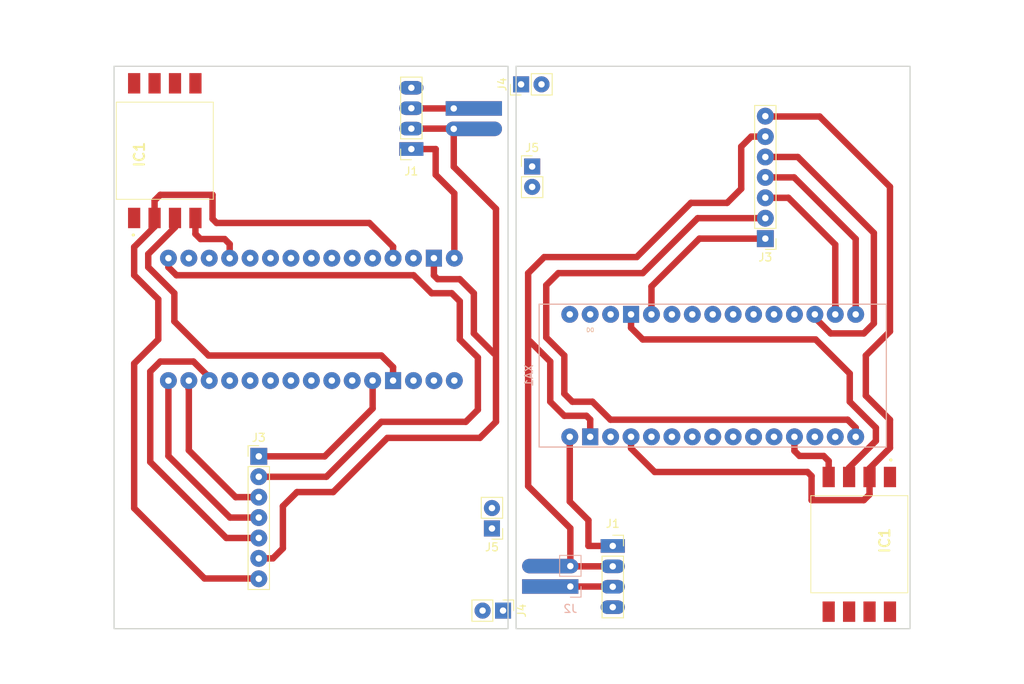
<source format=kicad_pcb>
(kicad_pcb (version 20221018) (generator pcbnew)
  (layers (0 "F.Cu" signal) (31 "B.Cu" signal) (34 "B.Paste" user) (35 "F.Paste" user) (36 "B.SilkS" user "B.Silkscreen") (37 "F.SilkS" user "F.Silkscreen") (38 "B.Mask" user) (39 "F.Mask" user) (44 "Edge.Cuts" user))
  (net 0 "")
  (net 2 "Net-(IC1-VS)")
  (net 3 "Net-(IC1-VOUT)")
  (net 27 "Net-(J1-Pin_1)")
  (net 28 "GND")
  (net 29 "+12V")
  (net 31 "Net-(J3-Pin_1)")
  (net 32 "Net-(J3-Pin_2)")
  (net 33 "Net-(J3-Pin_3)")
  (net 34 "Net-(J3-Pin_4)")
  (net 35 "Net-(J3-Pin_5)")
  (net 37 "Net-(IC1-GND)")
  (footprint "" (layer "F.Cu") (at 73.040818 66.63 180)
    (fp_text reference "" (at 0 0) (layer "F.SilkS") (effects (font (size 1.27 1.27))))
    (fp_text value "" (at 0 0) (layer "F.SilkS") (effects (font (size 1.27 1.27))))
    (pad "A4" thru_hole circle (at 0 0 90) (size 2.1 2.1) (drill 0.8) (layers "*.Cu" "*.Mask"))
  )
  (footprint "" (layer "F.Cu") (at 70.500818 81.87 180)
    (fp_text reference "" (at 0 0) (layer "F.SilkS") (effects (font (size 1.27 1.27))))
    (fp_text value "" (at 0 0) (layer "F.SilkS") (effects (font (size 1.27 1.27))))
    (pad "D6" thru_hole circle (at 0 0 90) (size 2.1 2.1) (drill 0.8) (layers "*.Cu" "*.Mask"))
  )
  (footprint "" (layer "F.Cu") (at 78.120818 81.87 180)
    (fp_text reference "" (at 0 0) (layer "F.SilkS") (effects (font (size 1.27 1.27))))
    (fp_text value "" (at 0 0) (layer "F.SilkS") (effects (font (size 1.27 1.27))))
    (pad "D3" thru_hole circle (at 0 0 90) (size 2.1 2.1) (drill 0.8) (layers "*.Cu" "*.Mask"))
  )
  (footprint "Connector_PinSocket_2.54mm:PinSocket_1x04_P2.54mm_Vertical" (layer "F.Cu") (at 85.475 53.05 180)
    (fp_text reference "J1" (at 0 -2.77) (layer "F.SilkS"))
    (fp_text value "Conn_01x04")
    (fp_line (start -1.33 1.27) (end -1.33 8.95) (stroke (width 0.12)) (layer "F.SilkS"))
    (fp_line (start -1.33 1.27) (end 1.33 1.27) (stroke (width 0.12)) (layer "F.SilkS"))
    (fp_line (start -1.33 8.95) (end 1.33 8.95) (stroke (width 0.12)) (layer "F.SilkS"))
    (fp_line (start 0 -1.33) (end 1.33 -1.33) (stroke (width 0.12)) (layer "F.SilkS"))
    (fp_line (start 1.33 -1.33) (end 1.33 0) (stroke (width 0.12)) (layer "F.SilkS"))
    (fp_line (start 1.33 1.27) (end 1.33 8.95) (stroke (width 0.12)) (layer "F.SilkS"))
    (pad "1" thru_hole rect (at 0 0 180) (size 3 1.7) (drill 0.8) (layers "*.Cu" "*.Mask") (net 27 "Net-(J1-Pin_1)"))
    (pad "2" thru_hole oval (at 0 2.54 180) (size 3 1.7) (drill 0.8) (layers "*.Cu" "*.Mask") (net 28 "GND"))
    (pad "3" thru_hole oval (at 0 5.08 180) (size 3 1.7) (drill 0.8) (layers "*.Cu" "*.Mask") (net 29 "+12V"))
    (pad "4" thru_hole oval (at 0 7.62 180) (size 3 1.7) (drill 0.8) (layers "*.Cu" "*.Mask"))
  )
  (footprint "" (layer "F.Cu") (at 75.580818 81.87 180)
    (fp_text reference "" (at 0 0) (layer "F.SilkS") (effects (font (size 1.27 1.27))))
    (fp_text value "" (at 0 0) (layer "F.SilkS") (effects (font (size 1.27 1.27))))
    (pad "D4" thru_hole circle (at 0 0 90) (size 2.1 2.1) (drill 0.8) (layers "*.Cu" "*.Mask"))
  )
  (footprint "" (layer "F.Cu") (at 80.660818 66.63 180)
    (fp_text reference "" (at 0 0) (layer "F.SilkS") (effects (font (size 1.27 1.27))))
    (fp_text value "" (at 0 0) (layer "F.SilkS") (effects (font (size 1.27 1.27))))
    (pad "A7" thru_hole circle (at 0 0 90) (size 2.1 2.1) (drill 0.8) (layers "*.Cu" "*.Mask"))
  )
  (footprint "Connector_PinSocket_2.54mm:PinSocket_1x04_P2.54mm_Vertical" (layer "F.Cu") (at 110.525 102.45)
    (fp_text reference "J1" (at 0 -2.77) (layer "F.SilkS"))
    (fp_text value "Conn_01x04")
    (fp_line (start -1.33 1.27) (end -1.33 8.95) (stroke (width 0.12)) (layer "F.SilkS"))
    (fp_line (start -1.33 1.27) (end 1.33 1.27) (stroke (width 0.12)) (layer "F.SilkS"))
    (fp_line (start -1.33 8.95) (end 1.33 8.95) (stroke (width 0.12)) (layer "F.SilkS"))
    (fp_line (start 0 -1.33) (end 1.33 -1.33) (stroke (width 0.12)) (layer "F.SilkS"))
    (fp_line (start 1.33 -1.33) (end 1.33 0) (stroke (width 0.12)) (layer "F.SilkS"))
    (fp_line (start 1.33 1.27) (end 1.33 8.95) (stroke (width 0.12)) (layer "F.SilkS"))
    (pad "1" thru_hole rect (at 0 0) (size 3 1.7) (drill 0.8) (layers "*.Cu" "*.Mask") (net 27 "Net-(J1-Pin_1)"))
    (pad "2" thru_hole oval (at 0 2.54) (size 3 1.7) (drill 0.8) (layers "*.Cu" "*.Mask") (net 28 "GND"))
    (pad "3" thru_hole oval (at 0 5.08) (size 3 1.7) (drill 0.8) (layers "*.Cu" "*.Mask") (net 29 "+12V"))
    (pad "4" thru_hole oval (at 0 7.62) (size 3 1.7) (drill 0.8) (layers "*.Cu" "*.Mask"))
  )
  (footprint "" (layer "F.Cu") (at 73.040818 81.87 180)
    (fp_text reference "" (at 0 0) (layer "F.SilkS") (effects (font (size 1.27 1.27))))
    (fp_text value "" (at 0 0) (layer "F.SilkS") (effects (font (size 1.27 1.27))))
    (pad "D5" thru_hole circle (at 0 0 90) (size 2.1 2.1) (drill 0.8) (layers "*.Cu" "*.Mask"))
  )
  (footprint "" (layer "F.Cu") (at 67.960818 81.87 180)
    (fp_text reference "" (at 0 0) (layer "F.SilkS") (effects (font (size 1.27 1.27))))
    (fp_text value "" (at 0 0) (layer "F.SilkS") (effects (font (size 1.27 1.27))))
    (pad "D7" thru_hole circle (at 0 0 90) (size 2.1 2.1) (drill 0.8) (layers "*.Cu" "*.Mask"))
  )
  (footprint "" (layer "F.Cu") (at 70.500818 66.63 180)
    (fp_text reference "" (at 0 0) (layer "F.SilkS") (effects (font (size 1.27 1.27))))
    (fp_text value "" (at 0 0) (layer "F.SilkS") (effects (font (size 1.27 1.27))))
    (pad "A3" thru_hole circle (at 0 0 90) (size 2.1 2.1) (drill 0.8) (layers "*.Cu" "*.Mask"))
  )
  (footprint "" (layer "F.Cu") (at 90.75 48 180)
    (fp_text reference "" (at 0 0) (layer "F.SilkS") (effects (font (size 1.27 1.27))))
    (fp_text value "" (at 0 0) (layer "F.SilkS") (effects (font (size 1.27 1.27))))
    (pad "1" thru_hole rect (at 0 0 180) (size 7 1.8) (drill 0.8 (offset -2.5 0)) (layers "*.Cu" "*.Mask") (net 29 "+12V"))
  )
  (footprint "Connector_PinHeader_2.54mm:PinHeader_1x02_P2.54mm_Vertical" (layer "F.Cu") (at 95.5 100.275 180)
    (fp_text reference "J5" (at 0 -2.33) (layer "F.SilkS"))
    (fp_text value "Conn_01x02_Pin")
    (fp_line (start -1.33 -1.33) (end 0 -1.33) (stroke (width 0.12)) (layer "F.SilkS"))
    (fp_line (start -1.33 0) (end -1.33 -1.33) (stroke (width 0.12)) (layer "F.SilkS"))
    (fp_line (start -1.33 1.27) (end -1.33 3.87) (stroke (width 0.12)) (layer "F.SilkS"))
    (fp_line (start -1.33 1.27) (end 1.33 1.27) (stroke (width 0.12)) (layer "F.SilkS"))
    (fp_line (start -1.33 3.87) (end 1.33 3.87) (stroke (width 0.12)) (layer "F.SilkS"))
    (fp_line (start 1.33 1.27) (end 1.33 3.87) (stroke (width 0.12)) (layer "F.SilkS"))
    (pad "1" thru_hole rect (at 0 0 180) (size 2 2) (drill 0.8) (layers "*.Cu" "*.Mask"))
    (pad "2" thru_hole oval (at 0 2.54 180) (size 2 2) (drill 0.8) (layers "*.Cu" "*.Mask"))
  )
  (footprint "" (layer "F.Cu") (at 75.580818 66.63 180)
    (fp_text reference "" (at 0 0) (layer "F.SilkS") (effects (font (size 1.27 1.27))))
    (fp_text value "" (at 0 0) (layer "F.SilkS") (effects (font (size 1.27 1.27))))
    (pad "A5" thru_hole circle (at 0 0 90) (size 2.1 2.1) (drill 0.8) (layers "*.Cu" "*.Mask"))
  )
  (footprint "" (layer "F.Cu") (at 85.740818 81.87 180)
    (fp_text reference "" (at 0 0) (layer "F.SilkS") (effects (font (size 1.27 1.27))))
    (fp_text value "" (at 0 0) (layer "F.SilkS") (effects (font (size 1.27 1.27))))
    (pad "RST1" thru_hole circle (at 0 0 90) (size 2.1 2.1) (drill 0.8) (layers "*.Cu" "*.Mask"))
  )
  (footprint "Connector_PinHeader_2.54mm:PinHeader_1x02_P2.54mm_Vertical" (layer "F.Cu") (at 96.8775 110.5 -90)
    (fp_text reference "J4" (at 0 -2.33 90) (layer "F.SilkS"))
    (fp_text value "Conn_01x02_Pin")
    (fp_line (start -1.33 -1.33) (end 0 -1.33) (stroke (width 0.12)) (layer "F.SilkS"))
    (fp_line (start -1.33 0) (end -1.33 -1.33) (stroke (width 0.12)) (layer "F.SilkS"))
    (fp_line (start -1.33 1.27) (end -1.33 3.87) (stroke (width 0.12)) (layer "F.SilkS"))
    (fp_line (start -1.33 1.27) (end 1.33 1.27) (stroke (width 0.12)) (layer "F.SilkS"))
    (fp_line (start -1.33 3.87) (end 1.33 3.87) (stroke (width 0.12)) (layer "F.SilkS"))
    (fp_line (start 1.33 1.27) (end 1.33 3.87) (stroke (width 0.12)) (layer "F.SilkS"))
    (pad "1" thru_hole rect (at 0 0 270) (size 2 2) (drill 0.8) (layers "*.Cu" "*.Mask"))
    (pad "2" thru_hole oval (at 0 2.54 270) (size 2 2) (drill 0.8) (layers "*.Cu" "*.Mask"))
  )
  (footprint "" (layer "F.Cu") (at 65.420818 66.63 180)
    (fp_text reference "" (at 0 0) (layer "F.SilkS") (effects (font (size 1.27 1.27))))
    (fp_text value "" (at 0 0) (layer "F.SilkS") (effects (font (size 1.27 1.27))))
    (pad "A1" thru_hole circle (at 0 0 90) (size 2.1 2.1) (drill 0.8) (layers "*.Cu" "*.Mask"))
  )
  (footprint "" (layer "F.Cu") (at 57.800818 66.63 180)
    (fp_text reference "" (at 0 0) (layer "F.SilkS") (effects (font (size 1.27 1.27))))
    (fp_text value "" (at 0 0) (layer "F.SilkS") (effects (font (size 1.27 1.27))))
    (pad "3V3" thru_hole circle (at 0 0 90) (size 2.1 2.1) (drill 0.8) (layers "*.Cu" "*.Mask"))
  )
  (footprint "" (layer "F.Cu") (at 90.75 50.54 180)
    (fp_text reference "" (at 0 0) (layer "F.SilkS") (effects (font (size 1.27 1.27))))
    (fp_text value "" (at 0 0) (layer "F.SilkS") (effects (font (size 1.27 1.27))))
    (pad "2" thru_hole oval (at 0 0 180) (size 7 1.8) (drill 0.8 (offset -2.5 0)) (layers "*.Cu" "*.Mask") (net 28 "GND"))
  )
  (footprint "" (layer "F.Cu") (at 80.660818 81.87 180)
    (fp_text reference "" (at 0 0) (layer "F.SilkS") (effects (font (size 1.27 1.27))))
    (fp_text value "" (at 0 0) (layer "F.SilkS") (effects (font (size 1.27 1.27))))
    (pad "D2" thru_hole circle (at 0 0 90) (size 2.1 2.1) (drill 0.8) (layers "*.Cu" "*.Mask") (net 31 "Net-(J3-Pin_1)"))
  )
  (footprint "" (layer "F.Cu") (at 90.820818 81.87 180)
    (fp_text reference "" (at 0 0) (layer "F.SilkS") (effects (font (size 1.27 1.27))))
    (fp_text value "" (at 0 0) (layer "F.SilkS") (effects (font (size 1.27 1.27))))
    (pad "D1" thru_hole circle (at 0 0 90) (size 2.1 2.1) (drill 0.8) (layers "*.Cu" "*.Mask"))
  )
  (footprint "" (layer "F.Cu") (at 88.280818 81.87 180)
    (fp_text reference "" (at 0 0) (layer "F.SilkS") (effects (font (size 1.27 1.27))))
    (fp_text value "" (at 0 0) (layer "F.SilkS") (effects (font (size 1.27 1.27))))
    (pad "D0" thru_hole circle (at 0 0 90) (size 2.1 2.1) (drill 0.8) (layers "*.Cu" "*.Mask"))
  )
  (footprint "" (layer "F.Cu") (at 55.260818 81.87 180)
    (fp_text reference "" (at 0 0) (layer "F.SilkS") (effects (font (size 1.27 1.27))))
    (fp_text value "" (at 0 0) (layer "F.SilkS") (effects (font (size 1.27 1.27))))
    (pad "D12" thru_hole circle (at 0 0 90) (size 2.1 2.1) (drill 0.8) (layers "*.Cu" "*.Mask") (net 34 "Net-(J3-Pin_4)"))
  )
  (footprint "" (layer "F.Cu") (at 57.800818 81.87 180)
    (fp_text reference "" (at 0 0) (layer "F.SilkS") (effects (font (size 1.27 1.27))))
    (fp_text value "" (at 0 0) (layer "F.SilkS") (effects (font (size 1.27 1.27))))
    (pad "D11" thru_hole circle (at 0 0 90) (size 2.1 2.1) (drill 0.8) (layers "*.Cu" "*.Mask") (net 33 "Net-(J3-Pin_3)"))
  )
  (footprint "" (layer "F.Cu") (at 83.200818 81.87 180)
    (fp_text reference "" (at 0 0) (layer "F.SilkS") (effects (font (size 1.27 1.27))))
    (fp_text value "" (at 0 0) (layer "F.SilkS") (effects (font (size 1.27 1.27))))
    (pad "GND1" thru_hole rect (at 0 0 90) (size 2.1 2) (drill 0.8) (layers "*.Cu" "*.Mask") (net 37 "Net-(IC1-GND)"))
  )
  (footprint "Connector_PinHeader_2.54mm:PinHeader_1x02_P2.54mm_Vertical" (layer "F.Cu") (at 100.5 55.225)
    (fp_text reference "J5" (at 0 -2.33) (layer "F.SilkS"))
    (fp_text value "Conn_01x02_Pin")
    (fp_line (start -1.33 -1.33) (end 0 -1.33) (stroke (width 0.12)) (layer "F.SilkS"))
    (fp_line (start -1.33 0) (end -1.33 -1.33) (stroke (width 0.12)) (layer "F.SilkS"))
    (fp_line (start -1.33 1.27) (end -1.33 3.87) (stroke (width 0.12)) (layer "F.SilkS"))
    (fp_line (start -1.33 1.27) (end 1.33 1.27) (stroke (width 0.12)) (layer "F.SilkS"))
    (fp_line (start -1.33 3.87) (end 1.33 3.87) (stroke (width 0.12)) (layer "F.SilkS"))
    (fp_line (start 1.33 1.27) (end 1.33 3.87) (stroke (width 0.12)) (layer "F.SilkS"))
    (pad "1" thru_hole rect (at 0 0) (size 2 2) (drill 0.8) (layers "*.Cu" "*.Mask"))
    (pad "2" thru_hole oval (at 0 2.54) (size 2 2) (drill 0.8) (layers "*.Cu" "*.Mask"))
  )
  (footprint "" (layer "F.Cu") (at 62.880818 66.63 180)
    (fp_text reference "" (at 0 0) (layer "F.SilkS") (effects (font (size 1.27 1.27))))
    (fp_text value "" (at 0 0) (layer "F.SilkS") (effects (font (size 1.27 1.27))))
    (pad "A0" thru_hole circle (at 0 0 90) (size 2.1 2.1) (drill 0.8) (layers "*.Cu" "*.Mask") (net 3 "Net-(IC1-VOUT)"))
  )
  (footprint "Connector_PinHeader_2.54mm:PinHeader_1x02_P2.54mm_Vertical" (layer "F.Cu") (at 99.1225 45 90)
    (fp_text reference "J4" (at 0 -2.33 90) (layer "F.SilkS"))
    (fp_text value "Conn_01x02_Pin")
    (fp_line (start -1.33 -1.33) (end 0 -1.33) (stroke (width 0.12)) (layer "F.SilkS"))
    (fp_line (start -1.33 0) (end -1.33 -1.33) (stroke (width 0.12)) (layer "F.SilkS"))
    (fp_line (start -1.33 1.27) (end -1.33 3.87) (stroke (width 0.12)) (layer "F.SilkS"))
    (fp_line (start -1.33 1.27) (end 1.33 1.27) (stroke (width 0.12)) (layer "F.SilkS"))
    (fp_line (start -1.33 3.87) (end 1.33 3.87) (stroke (width 0.12)) (layer "F.SilkS"))
    (fp_line (start 1.33 1.27) (end 1.33 3.87) (stroke (width 0.12)) (layer "F.SilkS"))
    (pad "1" thru_hole rect (at 0 0 90) (size 2 2) (drill 0.8) (layers "*.Cu" "*.Mask"))
    (pad "2" thru_hole oval (at 0 2.54 90) (size 2 2) (drill 0.8) (layers "*.Cu" "*.Mask"))
  )
  (footprint "Library:PinHeader_1x07_P2.54mm_Vertical" (layer "F.Cu") (at 66.5 91.3)
    (fp_text reference "J3" (at 0 -2.33) (layer "F.SilkS"))
    (fp_text value "Conn_01x07_Pin")
    (fp_line (start -1.33 -1.33) (end 0 -1.33) (stroke (width 0.12)) (layer "F.SilkS"))
    (fp_line (start -1.33 0) (end -1.33 -1.33) (stroke (width 0.12)) (layer "F.SilkS"))
    (fp_line (start -1.33 1.27) (end -1.33 16.57) (stroke (width 0.12)) (layer "F.SilkS"))
    (fp_line (start -1.33 1.27) (end 1.33 1.27) (stroke (width 0.12)) (layer "F.SilkS"))
    (fp_line (start -1.33 16.57) (end 1.33 16.57) (stroke (width 0.12)) (layer "F.SilkS"))
    (fp_line (start 1.33 1.27) (end 1.33 16.57) (stroke (width 0.12)) (layer "F.SilkS"))
    (pad "1" thru_hole rect (at 0 0) (size 2.1 2.1) (drill 0.8) (layers "*.Cu" "*.Mask") (net 31 "Net-(J3-Pin_1)"))
    (pad "2" thru_hole oval (at 0 2.54) (size 2.1 2.1) (drill 0.8) (layers "*.Cu" "*.Mask") (net 32 "Net-(J3-Pin_2)"))
    (pad "3" thru_hole oval (at 0 5.08) (size 2.1 2.1) (drill 0.8) (layers "*.Cu" "*.Mask") (net 33 "Net-(J3-Pin_3)"))
    (pad "4" thru_hole oval (at 0 7.62) (size 2.1 2.1) (drill 0.8) (layers "*.Cu" "*.Mask") (net 34 "Net-(J3-Pin_4)"))
    (pad "5" thru_hole oval (at 0 10.16) (size 2.1 2.1) (drill 0.8) (layers "*.Cu" "*.Mask") (net 35 "Net-(J3-Pin_5)"))
    (pad "6" thru_hole oval (at 0 12.7) (size 2.1 2.1) (drill 0.8) (layers "*.Cu" "*.Mask") (net 28 "GND"))
    (pad "7" thru_hole oval (at 0 15.24) (size 2.1 2.1) (drill 0.8) (layers "*.Cu" "*.Mask") (net 2 "Net-(IC1-VS)"))
  )
  (footprint "" (layer "F.Cu") (at 60.340818 81.87 180)
    (fp_text reference "" (at 0 0) (layer "F.SilkS") (effects (font (size 1.27 1.27))))
    (fp_text value "" (at 0 0) (layer "F.SilkS") (effects (font (size 1.27 1.27))))
    (pad "D10" thru_hole circle (at 0 0 90) (size 2.1 2.1) (drill 0.8) (layers "*.Cu" "*.Mask") (net 35 "Net-(J3-Pin_5)"))
  )
  (footprint "" (layer "F.Cu") (at 60.340818 66.63 180)
    (fp_text reference "" (at 0 0) (layer "F.SilkS") (effects (font (size 1.27 1.27))))
    (fp_text value "" (at 0 0) (layer "F.SilkS") (effects (font (size 1.27 1.27))))
    (pad "AREF" thru_hole circle (at 0 0 90) (size 2.1 2.1) (drill 0.8) (layers "*.Cu" "*.Mask"))
  )
  (footprint "" (layer "F.Cu") (at 78.120818 66.63 180)
    (fp_text reference "" (at 0 0) (layer "F.SilkS") (effects (font (size 1.27 1.27))))
    (fp_text value "" (at 0 0) (layer "F.SilkS") (effects (font (size 1.27 1.27))))
    (pad "A6" thru_hole circle (at 0 0 90) (size 2.1 2.1) (drill 0.8) (layers "*.Cu" "*.Mask"))
  )
  (footprint "" (layer "F.Cu") (at 88.280818 66.63 180)
    (fp_text reference "" (at 0 0) (layer "F.SilkS") (effects (font (size 1.27 1.27))))
    (fp_text value "" (at 0 0) (layer "F.SilkS") (effects (font (size 1.27 1.27))))
    (pad "GND2" thru_hole rect (at 0 0 90) (size 2.1 2) (drill 0.8) (layers "*.Cu" "*.Mask") (net 28 "GND"))
  )
  (footprint "" (layer "F.Cu") (at 85.740818 66.63 180)
    (fp_text reference "" (at 0 0) (layer "F.SilkS") (effects (font (size 1.27 1.27))))
    (fp_text value "" (at 0 0) (layer "F.SilkS") (effects (font (size 1.27 1.27))))
    (pad "RST2" thru_hole circle (at 0 0 90) (size 2.1 2.1) (drill 0.8) (layers "*.Cu" "*.Mask"))
  )
  (footprint "" (layer "F.Cu") (at 62.880818 81.87 180)
    (fp_text reference "" (at 0 0) (layer "F.SilkS") (effects (font (size 1.27 1.27))))
    (fp_text value "" (at 0 0) (layer "F.SilkS") (effects (font (size 1.27 1.27))))
    (pad "D9" thru_hole circle (at 0 0 90) (size 2.1 2.1) (drill 0.8) (layers "*.Cu" "*.Mask"))
  )
  (footprint "" (layer "F.Cu") (at 90.820818 66.63 180)
    (fp_text reference "" (at 0 0) (layer "F.SilkS") (effects (font (size 1.27 1.27))))
    (fp_text value "" (at 0 0) (layer "F.SilkS") (effects (font (size 1.27 1.27))))
    (pad "VIN" thru_hole circle (at 0 0 90) (size 2.1 2.1) (drill 0.8) (layers "*.Cu" "*.Mask") (net 27 "Net-(J1-Pin_1)"))
  )
  (footprint "" (layer "F.Cu") (at 55.260818 66.63 180)
    (fp_text reference "" (at 0 0) (layer "F.SilkS") (effects (font (size 1.27 1.27))))
    (fp_text value "" (at 0 0) (layer "F.SilkS") (effects (font (size 1.27 1.27))))
    (pad "D13" thru_hole circle (at 0 0 90) (size 2.1 2.1) (drill 0.8) (layers "*.Cu" "*.Mask") (net 32 "Net-(J3-Pin_2)"))
  )
  (footprint "" (layer "F.Cu") (at 83.200818 66.63 180)
    (fp_text reference "" (at 0 0) (layer "F.SilkS") (effects (font (size 1.27 1.27))))
    (fp_text value "" (at 0 0) (layer "F.SilkS") (effects (font (size 1.27 1.27))))
    (pad "5V" thru_hole circle (at 0 0 90) (size 2.1 2.1) (drill 0.8) (layers "*.Cu" "*.Mask") (net 2 "Net-(IC1-VS)"))
  )
  (footprint "Library:PinHeader_1x07_P2.54mm_Vertical" (layer "F.Cu") (at 129.5 64.2 180)
    (fp_text reference "J3" (at 0 -2.33 180) (layer "F.SilkS"))
    (fp_text value "Conn_01x07_Pin")
    (fp_line (start -1.33 -1.33) (end 0 -1.33) (stroke (width 0.12)) (layer "F.SilkS"))
    (fp_line (start -1.33 0) (end -1.33 -1.33) (stroke (width 0.12)) (layer "F.SilkS"))
    (fp_line (start -1.33 1.27) (end -1.33 16.57) (stroke (width 0.12)) (layer "F.SilkS"))
    (fp_line (start -1.33 1.27) (end 1.33 1.27) (stroke (width 0.12)) (layer "F.SilkS"))
    (fp_line (start -1.33 16.57) (end 1.33 16.57) (stroke (width 0.12)) (layer "F.SilkS"))
    (fp_line (start 1.33 1.27) (end 1.33 16.57) (stroke (width 0.12)) (layer "F.SilkS"))
    (pad "1" thru_hole rect (at 0 0 180) (size 2.1 2.1) (drill 0.8) (layers "*.Cu" "*.Mask") (net 31 "Net-(J3-Pin_1)"))
    (pad "2" thru_hole oval (at 0 2.54 180) (size 2.1 2.1) (drill 0.8) (layers "*.Cu" "*.Mask") (net 32 "Net-(J3-Pin_2)"))
    (pad "3" thru_hole oval (at 0 5.08 180) (size 2.1 2.1) (drill 0.8) (layers "*.Cu" "*.Mask") (net 33 "Net-(J3-Pin_3)"))
    (pad "4" thru_hole oval (at 0 7.62 180) (size 2.1 2.1) (drill 0.8) (layers "*.Cu" "*.Mask") (net 34 "Net-(J3-Pin_4)"))
    (pad "5" thru_hole oval (at 0 10.16 180) (size 2.1 2.1) (drill 0.8) (layers "*.Cu" "*.Mask") (net 35 "Net-(J3-Pin_5)"))
    (pad "6" thru_hole oval (at 0 12.7 180) (size 2.1 2.1) (drill 0.8) (layers "*.Cu" "*.Mask") (net 28 "GND"))
    (pad "7" thru_hole oval (at 0 15.24 180) (size 2.1 2.1) (drill 0.8) (layers "*.Cu" "*.Mask") (net 2 "Net-(IC1-VS)"))
  )
  (footprint "KiCad:MPXV7007DP" (layer "F.Cu") (at 56 53.25 -90)
    (fp_text reference "IC1" (at 0.475 4.349 90) (layer "F.SilkS") (effects (font (size 1.27 1.27) (thickness 0.254))))
    (fp_text value "MPXV7007DP" hide)
    (fp_line (start -6.032 -4.842) (end 6.057 -4.842) (stroke (width 0.1)) (layer "F.SilkS"))
    (fp_line (start -6.032 7.223) (end -6.032 -4.842) (stroke (width 0.1)) (layer "F.SilkS"))
    (fp_line (start 6.057 -4.842) (end 6.057 7.223) (stroke (width 0.1)) (layer "F.SilkS"))
    (fp_line (start 6.057 7.223) (end -6.032 7.223) (stroke (width 0.1)) (layer "F.SilkS"))
    (fp_line (start 10.5 5) (end 10.5 5) (stroke (width 0.2)) (layer "F.SilkS"))
    (fp_line (start 10.5 5.2) (end 10.5 5.2) (stroke (width 0.2)) (layer "F.SilkS"))
    (fp_arc (start 10.5 5) (mid 10.6 5.1) (end 10.5 5.2) (stroke (width 0.2)) (layer "F.SilkS"))
    (fp_arc (start 10.5 5.2) (mid 10.4 5.1) (end 10.5 5) (stroke (width 0.2)) (layer "F.SilkS"))
    (pad "1" smd rect (at 8.38 5) (size 1.52 2.54) (layers "F.Cu" "F.Paste" "F.Mask"))
    (pad "2" smd rect (at 8.38 2.46) (size 1.52 2.54) (layers "F.Cu" "F.Paste" "F.Mask") (net 2 "Net-(IC1-VS)"))
    (pad "3" smd rect (at 8.38 -0.08) (size 1.52 2.54) (layers "F.Cu" "F.Paste" "F.Mask") (net 37 "Net-(IC1-GND)"))
    (pad "4" smd rect (at 8.38 -2.62) (size 1.52 2.54) (layers "F.Cu" "F.Paste" "F.Mask") (net 3 "Net-(IC1-VOUT)"))
    (pad "5" smd rect (at -8.38 -2.62) (size 1.52 2.54) (layers "F.Cu" "F.Paste" "F.Mask"))
    (pad "6" smd rect (at -8.38 -0.08) (size 1.52 2.54) (layers "F.Cu" "F.Paste" "F.Mask"))
    (pad "7" smd rect (at -8.38 2.46) (size 1.52 2.54) (layers "F.Cu" "F.Paste" "F.Mask"))
    (pad "8" smd rect (at -8.38 5) (size 1.52 2.54) (layers "F.Cu" "F.Paste" "F.Mask"))
  )
  (footprint "" (layer "F.Cu") (at 67.960818 66.63 180)
    (fp_text reference "" (at 0 0) (layer "F.SilkS") (effects (font (size 1.27 1.27))))
    (fp_text value "" (at 0 0) (layer "F.SilkS") (effects (font (size 1.27 1.27))))
    (pad "A2" thru_hole circle (at 0 0 90) (size 2.1 2.1) (drill 0.8) (layers "*.Cu" "*.Mask"))
  )
  (footprint "KiCad:MPXV7007DP" (layer "F.Cu") (at 140 102.25 90)
    (fp_text reference "IC1" (at 0.475 4.349 90) (layer "F.SilkS") (effects (font (size 1.27 1.27) (thickness 0.254))))
    (fp_text value "MPXV7007DP" hide)
    (fp_line (start -6.032 -4.842) (end 6.057 -4.842) (stroke (width 0.1)) (layer "F.SilkS"))
    (fp_line (start -6.032 7.223) (end -6.032 -4.842) (stroke (width 0.1)) (layer "F.SilkS"))
    (fp_line (start 6.057 -4.842) (end 6.057 7.223) (stroke (width 0.1)) (layer "F.SilkS"))
    (fp_line (start 6.057 7.223) (end -6.032 7.223) (stroke (width 0.1)) (layer "F.SilkS"))
    (fp_line (start 10.5 5) (end 10.5 5) (stroke (width 0.2)) (layer "F.SilkS"))
    (fp_line (start 10.5 5.2) (end 10.5 5.2) (stroke (width 0.2)) (layer "F.SilkS"))
    (fp_arc (start 10.5 5) (mid 10.6 5.1) (end 10.5 5.2) (stroke (width 0.2)) (layer "F.SilkS"))
    (fp_arc (start 10.5 5.2) (mid 10.4 5.1) (end 10.5 5) (stroke (width 0.2)) (layer "F.SilkS"))
    (pad "1" smd rect (at 8.38 5 180) (size 1.52 2.54) (layers "F.Cu" "F.Paste" "F.Mask"))
    (pad "2" smd rect (at 8.38 2.46 180) (size 1.52 2.54) (layers "F.Cu" "F.Paste" "F.Mask") (net 2 "Net-(IC1-VS)"))
    (pad "3" smd rect (at 8.38 -0.08 180) (size 1.52 2.54) (layers "F.Cu" "F.Paste" "F.Mask") (net 37 "Net-(IC1-GND)"))
    (pad "4" smd rect (at 8.38 -2.62 180) (size 1.52 2.54) (layers "F.Cu" "F.Paste" "F.Mask") (net 3 "Net-(IC1-VOUT)"))
    (pad "5" smd rect (at -8.38 -2.62 180) (size 1.52 2.54) (layers "F.Cu" "F.Paste" "F.Mask"))
    (pad "6" smd rect (at -8.38 -0.08 180) (size 1.52 2.54) (layers "F.Cu" "F.Paste" "F.Mask"))
    (pad "7" smd rect (at -8.38 2.46 180) (size 1.52 2.54) (layers "F.Cu" "F.Paste" "F.Mask"))
    (pad "8" smd rect (at -8.38 5 180) (size 1.52 2.54) (layers "F.Cu" "F.Paste" "F.Mask"))
  )
  (footprint "" (layer "F.Cu") (at 65.420818 81.87 180)
    (fp_text reference "" (at 0 0) (layer "F.SilkS") (effects (font (size 1.27 1.27))))
    (fp_text value "" (at 0 0) (layer "F.SilkS") (effects (font (size 1.27 1.27))))
    (pad "D8" thru_hole circle (at 0 0 90) (size 2.1 2.1) (drill 0.8) (layers "*.Cu" "*.Mask"))
  )
  (footprint "Connector_PinSocket_2.54mm:PinSocket_1x02_P2.54mm_Vertical" (layer "B.Cu") (at 105.25 107.5)
    (fp_text reference "J2" (at 0 2.77) (layer "B.SilkS") (effects (justify mirror)))
    (fp_text value "Conn_01x02_Socket")
    (fp_line (start -1.33 -3.87) (end 1.33 -3.87) (stroke (width 0.12)) (layer "B.SilkS"))
    (fp_line (start -1.33 -1.27) (end -1.33 -3.87) (stroke (width 0.12)) (layer "B.SilkS"))
    (fp_line (start -1.33 -1.27) (end 1.33 -1.27) (stroke (width 0.12)) (layer "B.SilkS"))
    (fp_line (start 0 1.33) (end 1.33 1.33) (stroke (width 0.12)) (layer "B.SilkS"))
    (fp_line (start 1.33 -1.27) (end 1.33 -3.87) (stroke (width 0.12)) (layer "B.SilkS"))
    (fp_line (start 1.33 1.33) (end 1.33 0) (stroke (width 0.12)) (layer "B.SilkS"))
    (pad "1" thru_hole rect (at 0 0) (size 7 1.8) (drill 0.8 (offset -2.5 0)) (layers "*.Cu" "*.Mask") (net 29 "+12V"))
    (pad "2" thru_hole oval (at 0 -2.54) (size 7 1.8) (drill 0.8 (offset -2.5 0)) (layers "*.Cu" "*.Mask") (net 28 "GND"))
  )
  (footprint "Library:Arduino_Nano_Socket" (layer "B.Cu") (at 144.549182 81.25 -90)
    (fp_text reference "XA1" (at 0 44.45 90) (layer "B.SilkS") (effects (justify mirror)))
    (fp_text value "Arduino_Nano_Socket")
    (fp_text user "D0" (at -5.715 36.83 180 unlocked) (layer "B.SilkS") (effects (font (size 0.5 0.5) (thickness 0.075)) (justify mirror)))
    (fp_text user "D0" (at -5.715 36.83 180 unlocked) (layer "F.SilkS") (effects (font (size 0.5 0.5) (thickness 0.075))))
    (fp_line (start -8.89 0) (end 8.89 0) (stroke (width 0.15)) (layer "B.SilkS"))
    (fp_line (start -8.89 43.18) (end -8.89 0) (stroke (width 0.15)) (layer "B.SilkS"))
    (fp_line (start -8.89 43.18) (end 8.89 43.18) (stroke (width 0.15)) (layer "B.SilkS"))
    (fp_line (start 8.89 43.18) (end 8.89 0) (stroke (width 0.15)) (layer "B.SilkS"))
    (pad "3V3" thru_hole circle (at 7.62 6.35 270) (size 2.1 2.1) (drill 0.8) (layers "*.Cu" "*.Mask"))
    (pad "5V" thru_hole circle (at 7.62 31.75 270) (size 2.1 2.1) (drill 0.8) (layers "*.Cu" "*.Mask") (net 2 "Net-(IC1-VS)"))
    (pad "A0" thru_hole circle (at 7.62 11.43 270) (size 2.1 2.1) (drill 0.8) (layers "*.Cu" "*.Mask") (net 3 "Net-(IC1-VOUT)"))
    (pad "A1" thru_hole circle (at 7.62 13.97 270) (size 2.1 2.1) (drill 0.8) (layers "*.Cu" "*.Mask"))
    (pad "A2" thru_hole circle (at 7.62 16.51 270) (size 2.1 2.1) (drill 0.8) (layers "*.Cu" "*.Mask"))
    (pad "A3" thru_hole circle (at 7.62 19.05 270) (size 2.1 2.1) (drill 0.8) (layers "*.Cu" "*.Mask"))
    (pad "A4" thru_hole circle (at 7.62 21.59 270) (size 2.1 2.1) (drill 0.8) (layers "*.Cu" "*.Mask"))
    (pad "A5" thru_hole circle (at 7.62 24.13 270) (size 2.1 2.1) (drill 0.8) (layers "*.Cu" "*.Mask"))
    (pad "A6" thru_hole circle (at 7.62 26.67 270) (size 2.1 2.1) (drill 0.8) (layers "*.Cu" "*.Mask"))
    (pad "A7" thru_hole circle (at 7.62 29.21 270) (size 2.1 2.1) (drill 0.8) (layers "*.Cu" "*.Mask"))
    (pad "AREF" thru_hole circle (at 7.62 8.89 270) (size 2.1 2.1) (drill 0.8) (layers "*.Cu" "*.Mask"))
    (pad "D0" thru_hole circle (at -7.62 36.83 270) (size 2.1 2.1) (drill 0.8) (layers "*.Cu" "*.Mask"))
    (pad "D1" thru_hole circle (at -7.62 39.37 270) (size 2.1 2.1) (drill 0.8) (layers "*.Cu" "*.Mask"))
    (pad "D2" thru_hole circle (at -7.62 29.21 270) (size 2.1 2.1) (drill 0.8) (layers "*.Cu" "*.Mask") (net 31 "Net-(J3-Pin_1)"))
    (pad "D3" thru_hole circle (at -7.62 26.67 270) (size 2.1 2.1) (drill 0.8) (layers "*.Cu" "*.Mask"))
    (pad "D4" thru_hole circle (at -7.62 24.13 270) (size 2.1 2.1) (drill 0.8) (layers "*.Cu" "*.Mask"))
    (pad "D5" thru_hole circle (at -7.62 21.59 270) (size 2.1 2.1) (drill 0.8) (layers "*.Cu" "*.Mask"))
    (pad "D6" thru_hole circle (at -7.62 19.05 270) (size 2.1 2.1) (drill 0.8) (layers "*.Cu" "*.Mask"))
    (pad "D7" thru_hole circle (at -7.62 16.51 270) (size 2.1 2.1) (drill 0.8) (layers "*.Cu" "*.Mask"))
    (pad "D8" thru_hole circle (at -7.62 13.97 270) (size 2.1 2.1) (drill 0.8) (layers "*.Cu" "*.Mask"))
    (pad "D9" thru_hole circle (at -7.62 11.43 270) (size 2.1 2.1) (drill 0.8) (layers "*.Cu" "*.Mask"))
    (pad "D10" thru_hole circle (at -7.62 8.89 270) (size 2.1 2.1) (drill 0.8) (layers "*.Cu" "*.Mask") (net 35 "Net-(J3-Pin_5)"))
    (pad "D11" thru_hole circle (at -7.62 6.35 270) (size 2.1 2.1) (drill 0.8) (layers "*.Cu" "*.Mask") (net 33 "Net-(J3-Pin_3)"))
    (pad "D12" thru_hole circle (at -7.62 3.81 270) (size 2.1 2.1) (drill 0.8) (layers "*.Cu" "*.Mask") (net 34 "Net-(J3-Pin_4)"))
    (pad "D13" thru_hole circle (at 7.62 3.81 270) (size 2.1 2.1) (drill 0.8) (layers "*.Cu" "*.Mask") (net 32 "Net-(J3-Pin_2)"))
    (pad "GND1" thru_hole rect (at -7.62 31.75 270) (size 2.1 2) (drill 0.8) (layers "*.Cu" "*.Mask") (net 37 "Net-(IC1-GND)"))
    (pad "GND2" thru_hole rect (at 7.62 36.83 270) (size 2.1 2) (drill 0.8) (layers "*.Cu" "*.Mask") (net 28 "GND"))
    (pad "RST1" thru_hole circle (at -7.62 34.29 270) (size 2.1 2.1) (drill 0.8) (layers "*.Cu" "*.Mask"))
    (pad "RST2" thru_hole circle (at 7.62 34.29 270) (size 2.1 2.1) (drill 0.8) (layers "*.Cu" "*.Mask"))
    (pad "VIN" thru_hole circle (at 7.62 39.37 270) (size 2.1 2.1) (drill 0.8) (layers "*.Cu" "*.Mask") (net 27 "Net-(J1-Pin_1)"))
  )
  (gr_rect (start 48.5 42.75) (end 97.5 112.75) (stroke (width 0.15)) (fill none) (layer "Edge.Cuts"))
  (gr_rect (start 98.5 42.75) (end 147.5 112.75) (stroke (width 0.15)) (fill none) (layer "Edge.Cuts"))
  (segment (start 53.54 59.46) (end 54.25 58.75) (width 0.8) (layer "F.Cu") (net 2))
  (segment (start 51 65.25) (end 53.54 62.71) (width 0.8) (layer "F.Cu") (net 2))
  (segment (start 59.75 106.5) (end 51 97.75) (width 0.8) (layer "F.Cu") (net 2))
  (segment (start 142 83.75) (end 145 86.75) (width 0.8) (layer "F.Cu") (net 2))
  (segment (start 61.25 62.25) (end 80.25 62.25) (width 0.8) (layer "F.Cu") (net 2))
  (segment (start 53.54 62.71) (end 53.54 61.63) (width 0.8) (layer "F.Cu") (net 2))
  (segment (start 60.75 61.75) (end 61.25 62.25) (width 0.8) (layer "F.Cu") (net 2))
  (segment (start 66.46 106.5) (end 59.75 106.5) (width 0.8) (layer "F.Cu") (net 2))
  (segment (start 51 68.75) (end 51 65.25) (width 0.8) (layer "F.Cu") (net 2))
  (segment (start 54 76.75) (end 54 71.75) (width 0.8) (layer "F.Cu") (net 2))
  (segment (start 115.75 93.25) (end 112.799182 90.299182) (width 0.8) (layer "F.Cu") (net 2))
  (segment (start 142.46 92.79) (end 142.46 93.87) (width 0.8) (layer "F.Cu") (net 2))
  (segment (start 66.5 106.54) (end 66.46 106.5) (width 0.8) (layer "F.Cu") (net 2))
  (segment (start 141.75 96.75) (end 135.25 96.75) (width 0.8) (layer "F.Cu") (net 2))
  (segment (start 54 71.75) (end 51 68.75) (width 0.8) (layer "F.Cu") (net 2))
  (segment (start 135.25 93.75) (end 134.75 93.25) (width 0.8) (layer "F.Cu") (net 2))
  (segment (start 136.25 49) (end 145 57.75) (width 0.8) (layer "F.Cu") (net 2))
  (segment (start 83.200818 65.200818) (end 83.200818 66.63) (width 0.8) (layer "F.Cu") (net 2))
  (segment (start 51 97.75) (end 51 79.75) (width 0.8) (layer "F.Cu") (net 2))
  (segment (start 54.25 58.75) (end 60.75 58.75) (width 0.8) (layer "F.Cu") (net 2))
  (segment (start 60.75 58.75) (end 60.75 61.75) (width 0.8) (layer "F.Cu") (net 2))
  (segment (start 129.5 48.96) (end 129.54 49) (width 0.8) (layer "F.Cu") (net 2))
  (segment (start 145 86.75) (end 145 90.25) (width 0.8) (layer "F.Cu") (net 2))
  (segment (start 145 75.75) (end 142 78.75) (width 0.8) (layer "F.Cu") (net 2))
  (segment (start 80.25 62.25) (end 83.200818 65.200818) (width 0.8) (layer "F.Cu") (net 2))
  (segment (start 142.46 96.04) (end 141.75 96.75) (width 0.8) (layer "F.Cu") (net 2))
  (segment (start 142 78.75) (end 142 83.75) (width 0.8) (layer "F.Cu") (net 2))
  (segment (start 129.54 49) (end 136.25 49) (width 0.8) (layer "F.Cu") (net 2))
  (segment (start 51 79.75) (end 54 76.75) (width 0.8) (layer "F.Cu") (net 2))
  (segment (start 142.46 93.87) (end 142.46 96.04) (width 0.8) (layer "F.Cu") (net 2))
  (segment (start 145 57.75) (end 145 75.75) (width 0.8) (layer "F.Cu") (net 2))
  (segment (start 112.799182 90.299182) (end 112.799182 88.87) (width 0.8) (layer "F.Cu") (net 2))
  (segment (start 134.75 93.25) (end 115.75 93.25) (width 0.8) (layer "F.Cu") (net 2))
  (segment (start 135.25 96.75) (end 135.25 93.75) (width 0.8) (layer "F.Cu") (net 2))
  (segment (start 53.54 61.63) (end 53.54 59.46) (width 0.8) (layer "F.Cu") (net 2))
  (segment (start 145 90.25) (end 142.46 92.79) (width 0.8) (layer "F.Cu") (net 2))
  (segment (start 62.25 64.25) (end 62.880818 64.880818) (width 0.8) (layer "F.Cu") (net 3))
  (segment (start 58.62 63.62) (end 59.25 64.25) (width 0.8) (layer "F.Cu") (net 3))
  (segment (start 137.38 91.88) (end 136.75 91.25) (width 0.8) (layer "F.Cu") (net 3))
  (segment (start 59.25 64.25) (end 62.25 64.25) (width 0.8) (layer "F.Cu") (net 3))
  (segment (start 133.75 91.25) (end 133.119182 90.619182) (width 0.8) (layer "F.Cu") (net 3))
  (segment (start 137.38 93.87) (end 137.38 91.88) (width 0.8) (layer "F.Cu") (net 3))
  (segment (start 136.75 91.25) (end 133.75 91.25) (width 0.8) (layer "F.Cu") (net 3))
  (segment (start 58.62 61.63) (end 58.62 63.62) (width 0.8) (layer "F.Cu") (net 3))
  (segment (start 62.880818 64.880818) (end 62.880818 66.63) (width 0.8) (layer "F.Cu") (net 3))
  (segment (start 133.119182 90.619182) (end 133.119182 88.87) (width 0.8) (layer "F.Cu") (net 3))
  (segment (start 88.5 53.05) (end 85.475 53.05) (width 0.8) (layer "F.Cu") (net 27))
  (segment (start 105.179182 88.87) (end 105.179182 96.929182) (width 0.8) (layer "F.Cu") (net 27))
  (segment (start 105.179182 96.929182) (end 107.5 99.25) (width 0.8) (layer "F.Cu") (net 27))
  (segment (start 90.820818 58.570818) (end 88.5 56.25) (width 0.8) (layer "F.Cu") (net 27))
  (segment (start 90.820818 66.63) (end 90.820818 58.570818) (width 0.8) (layer "F.Cu") (net 27))
  (segment (start 88.5 56.25) (end 88.5 53.05) (width 0.8) (layer "F.Cu") (net 27))
  (segment (start 107.5 99.25) (end 107.5 102.45) (width 0.8) (layer "F.Cu") (net 27))
  (segment (start 107.5 102.45) (end 110.525 102.45) (width 0.8) (layer "F.Cu") (net 27))
  (segment (start 85.475 50.51) (end 90.72 50.51) (width 0.8) (layer "F.Cu") (net 28))
  (segment (start 102 66.5) (end 113.5 66.5) (width 0.8) (layer "F.Cu") (net 28))
  (segment (start 96 60.5) (end 96 87) (width 0.8) (layer "F.Cu") (net 28))
  (segment (start 102.75 79.5) (end 100.25 77) (width 0.8) (layer "F.Cu") (net 28))
  (segment (start 71.25 95.75) (end 69.5 97.5) (width 0.8) (layer "F.Cu") (net 28))
  (segment (start 96 87) (end 94 89) (width 0.8) (layer "F.Cu") (net 28))
  (segment (start 100 68.5) (end 102 66.5) (width 0.8) (layer "F.Cu") (net 28))
  (segment (start 93.25 71) (end 93.25 76) (width 0.8) (layer "F.Cu") (net 28))
  (segment (start 75.75 95.75) (end 71.25 95.75) (width 0.8) (layer "F.Cu") (net 28))
  (segment (start 124.75 59.75) (end 126.5 58) (width 0.8) (layer "F.Cu") (net 28))
  (segment (start 105.28 104.99) (end 105.25 104.96) (width 0.8) (layer "F.Cu") (net 28))
  (segment (start 91.5 69.25) (end 93.25 71) (width 0.8) (layer "F.Cu") (net 28))
  (segment (start 104.5 86.25) (end 102.75 84.5) (width 0.8) (layer "F.Cu") (net 28))
  (segment (start 105.25 104.96) (end 105.25 100.25) (width 0.8) (layer "F.Cu") (net 28))
  (segment (start 93.25 76) (end 95.75 78.5) (width 0.8) (layer "F.Cu") (net 28))
  (segment (start 105.25 100.25) (end 100 95) (width 0.8) (layer "F.Cu") (net 28))
  (segment (start 107.25 86.25) (end 104.5 86.25) (width 0.8) (layer "F.Cu") (net 28))
  (segment (start 68.25 104) (end 66.5 104) (width 0.8) (layer "F.Cu") (net 28))
  (segment (start 126.5 52.75) (end 127.75 51.5) (width 0.8) (layer "F.Cu") (net 28))
  (segment (start 88.75 69.25) (end 91.5 69.25) (width 0.8) (layer "F.Cu") (net 28))
  (segment (start 107.719182 88.87) (end 107.719182 86.719182) (width 0.8) (layer "F.Cu") (net 28))
  (segment (start 110.525 104.99) (end 105.28 104.99) (width 0.8) (layer "F.Cu") (net 28))
  (segment (start 94 89) (end 82.5 89) (width 0.8) (layer "F.Cu") (net 28))
  (segment (start 69.5 102.75) (end 68.25 104) (width 0.8) (layer "F.Cu") (net 28))
  (segment (start 90.75 55.25) (end 96 60.5) (width 0.8) (layer "F.Cu") (net 28))
  (segment (start 69.5 97.5) (end 69.5 102.75) (width 0.8) (layer "F.Cu") (net 28))
  (segment (start 88.280818 68.780818) (end 88.75 69.25) (width 0.8) (layer "F.Cu") (net 28))
  (segment (start 88.280818 66.63) (end 88.280818 68.780818) (width 0.8) (layer "F.Cu") (net 28))
  (segment (start 82.5 89) (end 75.75 95.75) (width 0.8) (layer "F.Cu") (net 28))
  (segment (start 90.75 50.54) (end 90.75 55.25) (width 0.8) (layer "F.Cu") (net 28))
  (segment (start 113.5 66.5) (end 120.25 59.75) (width 0.8) (layer "F.Cu") (net 28))
  (segment (start 120.25 59.75) (end 124.75 59.75) (width 0.8) (layer "F.Cu") (net 28))
  (segment (start 90.72 50.51) (end 90.75 50.54) (width 0.8) (layer "F.Cu") (net 28))
  (segment (start 100 95) (end 100 68.5) (width 0.8) (layer "F.Cu") (net 28))
  (segment (start 126.5 58) (end 126.5 52.75) (width 0.8) (layer "F.Cu") (net 28))
  (segment (start 107.719182 86.719182) (end 107.25 86.25) (width 0.8) (layer "F.Cu") (net 28))
  (segment (start 127.75 51.5) (end 129.5 51.5) (width 0.8) (layer "F.Cu") (net 28))
  (segment (start 102.75 84.5) (end 102.75 79.5) (width 0.8) (layer "F.Cu") (net 28))
  (segment (start 86.475 47.97) (end 85.475 47.97) (width 0.8) (layer "F.Cu") (net 29))
  (segment (start 90.75 48) (end 85.505 48) (width 0.8) (layer "F.Cu") (net 29))
  (segment (start 85.505 48) (end 85.475 47.97) (width 0.8) (layer "F.Cu") (net 29))
  (segment (start 105.25 107.5) (end 110.495 107.5) (width 0.8) (layer "F.Cu") (net 29))
  (segment (start 110.495 107.5) (end 110.525 107.53) (width 0.8) (layer "F.Cu") (net 29))
  (segment (start 109.525 107.53) (end 110.525 107.53) (width 0.8) (layer "F.Cu") (net 29))
  (segment (start 121.3 64.2) (end 115.339182 70.160818) (width 0.8) (layer "F.Cu") (net 31))
  (segment (start 74.7 91.3) (end 80.660818 85.339182) (width 0.8) (layer "F.Cu") (net 31))
  (segment (start 80.660818 85.339182) (end 80.660818 81.87) (width 0.8) (layer "F.Cu") (net 31))
  (segment (start 129.5 64.2) (end 121.3 64.2) (width 0.8) (layer "F.Cu") (net 31))
  (segment (start 115.339182 70.160818) (end 115.339182 73.63) (width 0.8) (layer "F.Cu") (net 31))
  (segment (start 66.5 91.3) (end 74.7 91.3) (width 0.8) (layer "F.Cu") (net 31))
  (segment (start 103.75 68.5) (end 102.25 70) (width 0.8) (layer "F.Cu") (net 32))
  (segment (start 114.25 68.5) (end 103.75 68.5) (width 0.8) (layer "F.Cu") (net 32))
  (segment (start 102.25 76.5) (end 104.5 78.75) (width 0.8) (layer "F.Cu") (net 32))
  (segment (start 129.5 61.66) (end 121.09 61.66) (width 0.8) (layer "F.Cu") (net 32))
  (segment (start 91.5 76.75) (end 91.5 72) (width 0.8) (layer "F.Cu") (net 32))
  (segment (start 92.25 87) (end 93.75 85.5) (width 0.8) (layer "F.Cu") (net 32))
  (segment (start 105.5 84.5) (end 108 84.5) (width 0.8) (layer "F.Cu") (net 32))
  (segment (start 91.5 72) (end 90.5 71) (width 0.8) (layer "F.Cu") (net 32))
  (segment (start 121.09 61.66) (end 114.25 68.5) (width 0.8) (layer "F.Cu") (net 32))
  (segment (start 66.5 93.84) (end 74.91 93.84) (width 0.8) (layer "F.Cu") (net 32))
  (segment (start 93.75 85.5) (end 93.75 79) (width 0.8) (layer "F.Cu") (net 32))
  (segment (start 104.5 83.5) (end 105.5 84.5) (width 0.8) (layer "F.Cu") (net 32))
  (segment (start 102.25 70) (end 102.25 76.5) (width 0.8) (layer "F.Cu") (net 32))
  (segment (start 81.75 87) (end 92.25 87) (width 0.8) (layer "F.Cu") (net 32))
  (segment (start 88 71) (end 85.760818 68.760818) (width 0.8) (layer "F.Cu") (net 32))
  (segment (start 93.75 79) (end 91.5 76.75) (width 0.8) (layer "F.Cu") (net 32))
  (segment (start 85.760818 68.760818) (end 56.260818 68.760818) (width 0.8) (layer "F.Cu") (net 32))
  (segment (start 104.5 78.75) (end 104.5 83.5) (width 0.8) (layer "F.Cu") (net 32))
  (segment (start 108 84.5) (end 110.239182 86.739182) (width 0.8) (layer "F.Cu") (net 32))
  (segment (start 56.260818 68.760818) (end 55.260818 67.760818) (width 0.8) (layer "F.Cu") (net 32))
  (segment (start 74.91 93.84) (end 81.75 87) (width 0.8) (layer "F.Cu") (net 32))
  (segment (start 140.739182 87.739182) (end 140.739182 88.87) (width 0.8) (layer "F.Cu") (net 32))
  (segment (start 90.5 71) (end 88 71) (width 0.8) (layer "F.Cu") (net 32))
  (segment (start 55.260818 67.760818) (end 55.260818 66.63) (width 0.8) (layer "F.Cu") (net 32))
  (segment (start 110.239182 86.739182) (end 139.739182 86.739182) (width 0.8) (layer "F.Cu") (net 32))
  (segment (start 139.739182 86.739182) (end 140.739182 87.739182) (width 0.8) (layer "F.Cu") (net 32))
  (segment (start 57.75 82.88) (end 57.8 82.83) (width 0.8) (layer "F.Cu") (net 33))
  (segment (start 138.199182 64.949182) (end 138.199182 73.63) (width 0.8) (layer "F.Cu") (net 33))
  (segment (start 66.5 96.38) (end 63.63 96.38) (width 0.8) (layer "F.Cu") (net 33))
  (segment (start 132.37 59.12) (end 138.199182 64.949182) (width 0.8) (layer "F.Cu") (net 33))
  (segment (start 57.800818 90.550818) (end 57.800818 81.87) (width 0.8) (layer "F.Cu") (net 33))
  (segment (start 63.63 96.38) (end 57.800818 90.550818) (width 0.8) (layer "F.Cu") (net 33))
  (segment (start 129.5 59.12) (end 132.37 59.12) (width 0.8) (layer "F.Cu") (net 33))
  (segment (start 138.25 72.62) (end 138.2 72.67) (width 0.8) (layer "F.Cu") (net 33))
  (segment (start 133.08 56.58) (end 140.739182 64.239182) (width 0.8) (layer "F.Cu") (net 34))
  (segment (start 62.92 98.92) (end 55.260818 91.260818) (width 0.8) (layer "F.Cu") (net 34))
  (segment (start 140.739182 64.239182) (end 140.739182 73.63) (width 0.8) (layer "F.Cu") (net 34))
  (segment (start 66.5 98.92) (end 62.92 98.92) (width 0.8) (layer "F.Cu") (net 34))
  (segment (start 129.5 56.58) (end 133.08 56.58) (width 0.8) (layer "F.Cu") (net 34))
  (segment (start 55.260818 91.260818) (end 55.260818 81.87) (width 0.8) (layer "F.Cu") (net 34))
  (segment (start 141.75 76) (end 137.625 76) (width 0.8) (layer "F.Cu") (net 35))
  (segment (start 62.46 101.46) (end 53 92) (width 0.8) (layer "F.Cu") (net 35))
  (segment (start 60.340818 81.465818) (end 60.340818 81.87) (width 0.8) (layer "F.Cu") (net 35))
  (segment (start 58.375 79.5) (end 60.340818 81.465818) (width 0.8) (layer "F.Cu") (net 35))
  (segment (start 133.54 54.04) (end 143 63.5) (width 0.8) (layer "F.Cu") (net 35))
  (segment (start 54.25 79.5) (end 58.375 79.5) (width 0.8) (layer "F.Cu") (net 35))
  (segment (start 129.5 54.04) (end 133.54 54.04) (width 0.8) (layer "F.Cu") (net 35))
  (segment (start 137.625 76) (end 135.659182 74.034182) (width 0.8) (layer "F.Cu") (net 35))
  (segment (start 143 63.5) (end 143 74.75) (width 0.8) (layer "F.Cu") (net 35))
  (segment (start 53 92) (end 53 80.75) (width 0.8) (layer "F.Cu") (net 35))
  (segment (start 66.5 101.46) (end 62.46 101.46) (width 0.8) (layer "F.Cu") (net 35))
  (segment (start 143 74.75) (end 141.75 76) (width 0.8) (layer "F.Cu") (net 35))
  (segment (start 135.659182 74.034182) (end 135.659182 73.63) (width 0.8) (layer "F.Cu") (net 35))
  (segment (start 53 80.75) (end 54.25 79.5) (width 0.8) (layer "F.Cu") (net 35))
  (segment (start 140 81) (end 135.75 76.75) (width 0.8) (layer "F.Cu") (net 37))
  (segment (start 143.25 89.375) (end 143.25 87.75) (width 0.8) (layer "F.Cu") (net 37))
  (segment (start 56.08 61.63) (end 56.08 62.795) (width 0.8) (layer "F.Cu") (net 37))
  (segment (start 140 84.5) (end 140 81) (width 0.8) (layer "F.Cu") (net 37))
  (segment (start 52.75 66.125) (end 52.75 67.75) (width 0.8) (layer "F.Cu") (net 37))
  (segment (start 139.92 93.87) (end 139.92 92.705) (width 0.8) (layer "F.Cu") (net 37))
  (segment (start 52.75 67.75) (end 56 71) (width 0.8) (layer "F.Cu") (net 37))
  (segment (start 135.75 76.75) (end 114.25 76.75) (width 0.8) (layer "F.Cu") (net 37))
  (segment (start 81.75 78.75) (end 83.200818 80.200818) (width 0.8) (layer "F.Cu") (net 37))
  (segment (start 112.799182 75.299182) (end 112.799182 73.63) (width 0.8) (layer "F.Cu") (net 37))
  (segment (start 83.200818 80.200818) (end 83.200818 81.87) (width 0.8) (layer "F.Cu") (net 37))
  (segment (start 56.08 62.795) (end 52.75 66.125) (width 0.8) (layer "F.Cu") (net 37))
  (segment (start 56 74.5) (end 60.25 78.75) (width 0.8) (layer "F.Cu") (net 37))
  (segment (start 143.25 87.75) (end 140 84.5) (width 0.8) (layer "F.Cu") (net 37))
  (segment (start 114.25 76.75) (end 112.799182 75.299182) (width 0.8) (layer "F.Cu") (net 37))
  (segment (start 56 71) (end 56 74.5) (width 0.8) (layer "F.Cu") (net 37))
  (segment (start 139.92 92.705) (end 143.25 89.375) (width 0.8) (layer "F.Cu") (net 37))
  (segment (start 60.25 78.75) (end 81.75 78.75) (width 0.8) (layer "F.Cu") (net 37))
)
</source>
